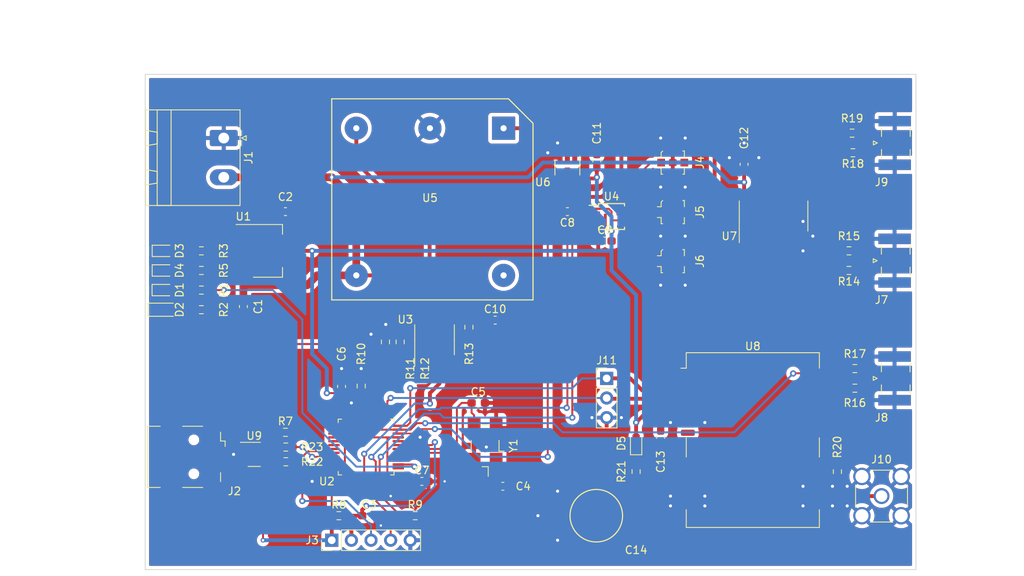
<source format=kicad_pcb>
(kicad_pcb (version 20221018) (generator pcbnew)

  (general
    (thickness 1.6)
  )

  (paper "A4")
  (layers
    (0 "F.Cu" signal)
    (31 "B.Cu" signal)
    (32 "B.Adhes" user "B.Adhesive")
    (33 "F.Adhes" user "F.Adhesive")
    (34 "B.Paste" user)
    (35 "F.Paste" user)
    (36 "B.SilkS" user "B.Silkscreen")
    (37 "F.SilkS" user "F.Silkscreen")
    (38 "B.Mask" user)
    (39 "F.Mask" user)
    (40 "Dwgs.User" user "User.Drawings")
    (41 "Cmts.User" user "User.Comments")
    (42 "Eco1.User" user "User.Eco1")
    (43 "Eco2.User" user "User.Eco2")
    (44 "Edge.Cuts" user)
    (45 "Margin" user)
    (46 "B.CrtYd" user "B.Courtyard")
    (47 "F.CrtYd" user "F.Courtyard")
    (48 "B.Fab" user)
    (49 "F.Fab" user)
    (50 "User.1" user)
    (51 "User.2" user)
    (52 "User.3" user)
    (53 "User.4" user)
    (54 "User.5" user)
    (55 "User.6" user)
    (56 "User.7" user)
    (57 "User.8" user)
    (58 "User.9" user)
  )

  (setup
    (pad_to_mask_clearance 0)
    (pcbplotparams
      (layerselection 0x00010fc_ffffffff)
      (plot_on_all_layers_selection 0x0000000_00000000)
      (disableapertmacros false)
      (usegerberextensions false)
      (usegerberattributes true)
      (usegerberadvancedattributes true)
      (creategerberjobfile true)
      (dashed_line_dash_ratio 12.000000)
      (dashed_line_gap_ratio 3.000000)
      (svgprecision 4)
      (plotframeref false)
      (viasonmask false)
      (mode 1)
      (useauxorigin false)
      (hpglpennumber 1)
      (hpglpenspeed 20)
      (hpglpendiameter 15.000000)
      (dxfpolygonmode true)
      (dxfimperialunits true)
      (dxfusepcbnewfont true)
      (psnegative false)
      (psa4output false)
      (plotreference true)
      (plotvalue true)
      (plotinvisibletext false)
      (sketchpadsonfab false)
      (subtractmaskfromsilk false)
      (outputformat 1)
      (mirror false)
      (drillshape 1)
      (scaleselection 1)
      (outputdirectory "")
    )
  )

  (net 0 "")
  (net 1 "+5V")
  (net 2 "GND")
  (net 3 "+3.3V")
  (net 4 "NRST")
  (net 5 "Net-(U2-PD0)")
  (net 6 "Net-(U2-PD1)")
  (net 7 "Net-(U3B-+)")
  (net 8 "Net-(U4-XA)")
  (net 9 "Net-(U8-V_BCKP)")
  (net 10 "Net-(D1-A)")
  (net 11 "unconnected-(J2-VBUS-Pad1)")
  (net 12 "Net-(J2-D-)")
  (net 13 "Net-(J2-D+)")
  (net 14 "unconnected-(J2-ID-Pad4)")
  (net 15 "SWDIO")
  (net 16 "SWCLK")
  (net 17 "Net-(J4-In)")
  (net 18 "Net-(J5-In)")
  (net 19 "Net-(J6-In)")
  (net 20 "Net-(J7-In)")
  (net 21 "Net-(J8-In)")
  (net 22 "Net-(J9-In)")
  (net 23 "Net-(J10-In)")
  (net 24 "GPS-TXD")
  (net 25 "GPS-RXD")
  (net 26 "USB-D+")
  (net 27 "USB-D-")
  (net 28 "/BOOT1")
  (net 29 "STATUS_LED")
  (net 30 "/BOOT0")
  (net 31 "Net-(U3A--)")
  (net 32 "Net-(R14-Pad2)")
  (net 33 "Net-(R15-Pad2)")
  (net 34 "Net-(R16-Pad2)")
  (net 35 "Net-(U8-V_ANT)")
  (net 36 "Net-(U8-VCC_RF)")
  (net 37 "unconnected-(U2-VBAT-Pad1)")
  (net 38 "unconnected-(U2-PC14-Pad3)")
  (net 39 "unconnected-(U2-PC15-Pad4)")
  (net 40 "10MHz")
  (net 41 "PPS")
  (net 42 "unconnected-(U2-PA4-Pad14)")
  (net 43 "unconnected-(U2-PA5-Pad15)")
  (net 44 "unconnected-(U2-PA7-Pad17)")
  (net 45 "unconnected-(U2-PB0-Pad18)")
  (net 46 "unconnected-(U2-PB1-Pad19)")
  (net 47 "unconnected-(U2-PB10-Pad21)")
  (net 48 "unconnected-(U2-PB11-Pad22)")
  (net 49 "unconnected-(U2-PB12-Pad25)")
  (net 50 "unconnected-(U2-PB13-Pad26)")
  (net 51 "unconnected-(U2-PB14-Pad27)")
  (net 52 "unconnected-(U2-PB15-Pad28)")
  (net 53 "unconnected-(U2-PA8-Pad29)")
  (net 54 "unconnected-(U2-PA9-Pad30)")
  (net 55 "unconnected-(U2-PA10-Pad31)")
  (net 56 "unconnected-(U2-PA15-Pad38)")
  (net 57 "unconnected-(U2-PB3-Pad39)")
  (net 58 "unconnected-(U2-PB4-Pad40)")
  (net 59 "unconnected-(U2-PB5-Pad41)")
  (net 60 "Net-(D3-A)")
  (net 61 "unconnected-(U2-PB7-Pad43)")
  (net 62 "FEC-PWM")
  (net 63 "Net-(U3B--)")
  (net 64 "unconnected-(U4-XB-Pad3)")
  (net 65 "SCL")
  (net 66 "SDA")
  (net 67 "Net-(U5-Out)")
  (net 68 "unconnected-(U5-VRef-Pad4)")
  (net 69 "unconnected-(U8-SDA2-Pad1)")
  (net 70 "unconnected-(U8-SCL2-Pad2)")
  (net 71 "unconnected-(U8-NC-Pad5)")
  (net 72 "unconnected-(U8-VCC_OUT-Pad8)")
  (net 73 "unconnected-(U8-NC-Pad9)")
  (net 74 "unconnected-(U8-RESET-Pad10)")
  (net 75 "unconnected-(U8-Reserved-Pad12)")
  (net 76 "unconnected-(U8-AADET_N-Pad20)")
  (net 77 "unconnected-(U8-Reserved-Pad21)")
  (net 78 "unconnected-(U8-Reserved-Pad22)")
  (net 79 "unconnected-(U8-Reserved-Pad23)")
  (net 80 "unconnected-(U8-VDDUSB-Pad24)")
  (net 81 "unconnected-(U8-USB_DM-Pad25)")
  (net 82 "unconnected-(U8-USB_DP-Pad26)")
  (net 83 "unconnected-(U8-EXTINT0-Pad27)")
  (net 84 "unconnected-(U6-NC-Pad1)")
  (net 85 "Net-(D4-A)")
  (net 86 "Net-(D2-A)")
  (net 87 "Net-(D5-K)")
  (net 88 "Net-(R12-Pad1)")
  (net 89 "Net-(R17-Pad2)")
  (net 90 "Net-(R18-Pad2)")
  (net 91 "Net-(R19-Pad2)")
  (net 92 "Net-(R22-Pad1)")
  (net 93 "Net-(R23-Pad2)")

  (footprint "Capacitor_SMD:C_0603_1608Metric_Pad1.08x0.95mm_HandSolder" (layer "F.Cu") (at 173.2575 129.54))

  (footprint "Resistor_SMD:R_0603_1608Metric_Pad0.98x0.95mm_HandSolder" (layer "F.Cu") (at 158.075 110.8475 90))

  (footprint "Connector_Coaxial:SMA_Amphenol_901-144_Vertical" (layer "F.Cu") (at 222.25 130.81))

  (footprint "Capacitor_SMD:C_0603_1608Metric_Pad1.08x0.95mm_HandSolder" (layer "F.Cu") (at 139.7 106.2725 -90))

  (footprint "Resistor_SMD:R_0603_1608Metric_Pad0.98x0.95mm_HandSolder" (layer "F.Cu") (at 145.1375 122.555))

  (footprint "Package_TO_SOT_SMD:SOT-23-5_HandSoldering" (layer "F.Cu") (at 181.61 88.345 -90))

  (footprint "Resistor_SMD:R_0603_1608Metric_Pad0.98x0.95mm_HandSolder" (layer "F.Cu") (at 218.5435 86.36 180))

  (footprint "Capacitor_SMD:C_0603_1608Metric_Pad1.08x0.95mm_HandSolder" (layer "F.Cu") (at 155.9295 133.35))

  (footprint "Capacitor_SMD:C_0603_1608Metric_Pad1.08x0.95mm_HandSolder" (layer "F.Cu") (at 185.42 87.4025 -90))

  (footprint "Connector_Coaxial:U.FL_Molex_MCRF_73412-0110_Vertical" (layer "F.Cu") (at 195.24 87.63 -90))

  (footprint "Connector_USB:USB_Mini-B_Wuerth_65100516121_Horizontal" (layer "F.Cu") (at 133.29 125.73 -90))

  (footprint "Resistor_SMD:R_0603_1608Metric_Pad0.98x0.95mm_HandSolder" (layer "F.Cu") (at 152.0425 133.35))

  (footprint "LED_SMD:LED_0603_1608Metric" (layer "F.Cu") (at 129.3745 104.14))

  (footprint "Resistor_SMD:R_0603_1608Metric_Pad0.98x0.95mm_HandSolder" (layer "F.Cu") (at 159.98 110.8475 -90))

  (footprint "Resistor_SMD:R_0603_1608Metric_Pad0.98x0.95mm_HandSolder" (layer "F.Cu") (at 218.0355 101.6 180))

  (footprint "Connector_Coaxial:SMA_Samtec_SMA-J-P-X-ST-EM1_EdgeMount" (layer "F.Cu") (at 223.9375 100.33 90))

  (footprint "Resistor_SMD:R_0603_1608Metric_Pad0.98x0.95mm_HandSolder" (layer "F.Cu") (at 161.925 133.35))

  (footprint "Capacitor_SMD:C_0603_1608Metric_Pad1.08x0.95mm_HandSolder" (layer "F.Cu") (at 145.1375 93.98 180))

  (footprint "Resistor_SMD:R_0603_1608Metric_Pad0.98x0.95mm_HandSolder" (layer "F.Cu") (at 134.2625 99.06 180))

  (footprint "Capacitor_SMD:C_0603_1608Metric_Pad1.08x0.95mm_HandSolder" (layer "F.Cu") (at 204.47 87.8575 90))

  (footprint "Resistor_SMD:R_0603_1608Metric_Pad0.98x0.95mm_HandSolder" (layer "F.Cu") (at 218.7975 116.84 180))

  (footprint "Connector_Phoenix_MSTB:PhoenixContact_MSTBA_2,5_2-G-5,08_1x02_P5.08mm_Horizontal" (layer "F.Cu") (at 137.16 84.455 -90))

  (footprint "Connector_PinHeader_2.54mm:PinHeader_1x03_P2.54mm_Vertical" (layer "F.Cu") (at 186.69 115.57))

  (footprint "Resistor_SMD:R_0603_1608Metric_Pad0.98x0.95mm_HandSolder" (layer "F.Cu") (at 134.2625 106.68 180))

  (footprint "Package_TO_SOT_SMD:SOT-23-6" (layer "F.Cu") (at 141.1025 125.41))

  (footprint "Resistor_SMD:R_0603_1608Metric_Pad0.98x0.95mm_HandSolder" (layer "F.Cu") (at 218.44 83.82 180))

  (footprint "Connector_PinHeader_2.54mm:PinHeader_1x05_P2.54mm_Vertical" (layer "F.Cu") (at 151.13 136.525 90))

  (footprint "Crystal:Crystal_SMD_EuroQuartz_MJ-4Pin_5.0x3.2mm_HandSoldering" (layer "F.Cu") (at 170.97 124.305 90))

  (footprint "LED_SMD:LED_0603_1608Metric" (layer "F.Cu") (at 190.5 123.9775 90))

  (footprint "DMS3R3224RF:DMS3R3224RF" (layer "F.Cu") (at 185.35 133.35 -90))

  (footprint "Capacitor_SMD:C_0603_1608Metric_Pad1.08x0.95mm_HandSolder" (layer "F.Cu") (at 181.61 93.98 180))

  (footprint "Capacitor_SMD:C_0603_1608Metric_Pad1.08x0.95mm_HandSolder" (layer "F.Cu") (at 193.675 123.19 -90))

  (footprint "Resistor_SMD:R_0603_1608Metric_Pad0.98x0.95mm_HandSolder" (layer "F.Cu") (at 134.2625 104.14 180))

  (footprint "Package_SO:SO-14_3.9x8.65mm_P1.27mm" (layer "F.Cu") (at 208.28 94.55 90))

  (footprint "Resistor_SMD:R_0603_1608Metric_Pad0.98x0.95mm_HandSolder" (layer "F.Cu") (at 168.87 108.9425 -90))

  (footprint "Resistor_SMD:R_0603_1608Metric_Pad0.98x0.95mm_HandSolder" (layer "F.Cu") (at 145.19 126.365))

  (footprint "Connector_Coaxial:SMA_Samtec_SMA-J-P-X-ST-EM1_EdgeMount" (layer "F.Cu") (at 223.9375 115.57 90))

  (footprint "LED_SMD:LED_0603_1608Metric" (layer "F.Cu") (at 129.3875 99.06))

  (footprint "Package_TO_SOT_SMD:SOT-223-3_TabPin2" (layer "F.Cu") (at 142.85 99.06))

  (footprint "LED_SMD:LED_0603_1608Metric" (layer "F.Cu") (at 129.3875 101.6))

  (footprint "Capacitor_SMD:C_0603_1608Metric_Pad1.08x0.95mm_HandSolder" (layer "F.Cu") (at 172.2725 108.03))

  (footprint "Capacitor_SMD:C_0603_1608Metric_Pad1.08x0.95mm_HandSolder" (layer "F.Cu") (at 152.4 116.6125 90))

  (footprint "Resistor_SMD:R_0603_1608Metric_Pad0.98x0.95mm_HandSolder" (layer "F.Cu") (at 190.5 127.635 -90))

  (footprint "Capacitor_SMD:C_0603_1608Metric_Pad1.08x0.95mm_HandSolder" (layer "F.Cu") (at 170.0825 118.745))

  (footprint "Package_SO:MSOP-10_3x3mm_P0.5mm" (layer "F.Cu") (at 187.325 94.615))

  (footprint "Capacitor_SMD:C_0603_1608Metric_Pad1.08x0.95mm_HandSolder" (layer "F.Cu") (at 186.4625 97.79))

  (footprint "Package_SO:SOIC-8_3.9x4.9mm_P1.27mm" (layer "F.Cu") (at 164.425 110.57 90))

  (footprint "Resistor_SMD:R_0603_1608Metric_Pad0.98x0.95mm_HandSolder" (layer "F.Cu")
    (tstamp b8c50a44-ed7c-4b7d-9371-905a537b333e)
    (at 218.7975 114.3 180)
    (descr "Resistor SMD 0603 (1608 Metric), square (rectangular) end terminal, IPC_7351 nominal with elongated pad for handsoldering. (Body size source: IPC-SM-782 page 72, https://www.pcb-3d.com/wordpress/wp-content/uploads/ipc-sm-782a_amendment_1_and_2.pdf), generated with kicad-footprint-generator")
    (tags "resistor handsolder")
    (property "Sheetfile" "tcxo.kicad_sch")
    (property "Sheetname" "TCXO")
    (property "ki_description" "Resistor")
    (property "ki_keywords" "R res resistor")
    (path "/b676244e-e6f2-4818-839e-cc6b0f699fef/8e5aad32-0697-4195-a784-d59f32b10cb3")
    (attr smd)
    (fp_text reference "R17" (at 0 1.905) (layer "F.SilkS")
        (effects (font (size 1 1) (thickness 0.15)))
      (tstamp 80b83d7c-bdce-47ee-a9c7-d7b7a3aa6c30)
    )
    (fp_text value "100" (at 0 1.43) (layer "F.Fab")
        (effects (font (size 1 1) (thickness 0.15)))
      (tstamp f0646ad6-1f7b-4ca1-83ec-0f21f92df68a)
    )
    (fp_text user "${REFERENCE}" (at 0 0) (layer "F.Fab")
        (effects (font (size 0.4 0.4) (thickness 0.06)))
      (tstamp 6eecc0fc-011c-4e81-998d-43d8c31e11f4)
    )
    (fp_line (start -0.254724 -0.5225) (end 0.254724 -0.5225)
      (stroke (width 0.12) (type solid)) (layer "F.SilkS") (tstamp 7d638289-e3ac-4a77-b773-9a28e8e09ba5))
    (fp_line (start -0.254724 0.5225) (end 0.254724 0.5225)
      (stroke (width 0.12) (type solid)) (layer "F.SilkS") (tstamp 0eaa7c6b-750b-4018-970b-694707f68b80))
    (fp_line (start -1.65 -0.73) (end 1.65 -0.73)
      (stroke (width 0.05) (type solid)) (layer "F.CrtYd") (tstamp b4e4612c-ed70-4356-8e5d-3fce6eb245ce))
    (fp_line (start -1.65 0.73) (end -1.65 -0.73)
      (stroke (width 0.05) (type solid)) (layer "F.CrtYd") (tstamp 68c59b11-2128-48d1-93c0-bf33c23d93fd))
    (fp_line (start 1.65 -0.73) (end 1.65 0.73)
      (stroke (width 0.05) (type solid)) (layer "F.Cr
... [621509 chars truncated]
</source>
